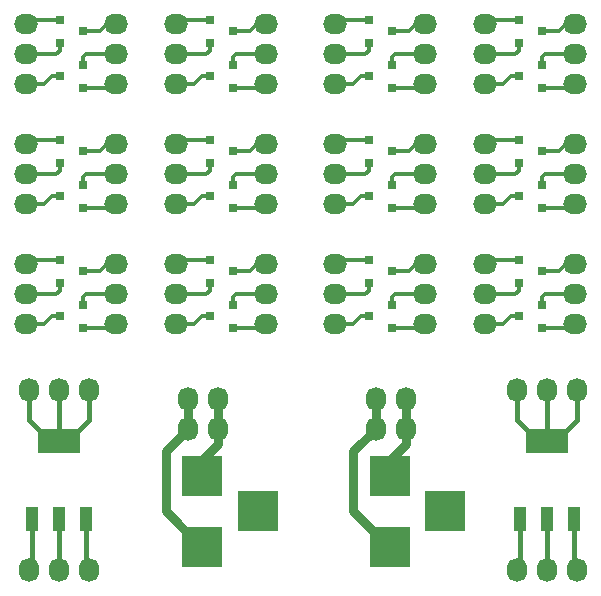
<source format=gtl>
G04 #@! TF.FileFunction,Copper,L1,Top,Signal*
%FSLAX46Y46*%
G04 Gerber Fmt 4.6, Leading zero omitted, Abs format (unit mm)*
G04 Created by KiCad (PCBNEW 4.0.4+dfsg1-stable) date Tue Nov  1 20:37:28 2016*
%MOMM*%
%LPD*%
G01*
G04 APERTURE LIST*
%ADD10C,0.100000*%
%ADD11R,3.657600X2.032000*%
%ADD12R,1.016000X2.032000*%
%ADD13O,1.727200X2.032000*%
%ADD14R,3.500120X3.500120*%
%ADD15R,0.800100X0.800100*%
%ADD16O,2.032000X1.727200*%
%ADD17C,0.406400*%
%ADD18C,0.762000*%
%ADD19C,0.304800*%
G04 APERTURE END LIST*
D10*
D11*
X145669000Y-136906000D03*
D12*
X145669000Y-143510000D03*
X147955000Y-143510000D03*
X143383000Y-143510000D03*
D13*
X143129000Y-147828000D03*
X145669000Y-147828000D03*
X148209000Y-147828000D03*
X143129000Y-132588000D03*
X145669000Y-132588000D03*
X148209000Y-132588000D03*
D14*
X132388000Y-139862860D03*
X132388000Y-145862340D03*
X137087000Y-142862600D03*
D13*
X131191000Y-135890000D03*
X133731000Y-135890000D03*
X131191000Y-133350000D03*
X133731000Y-133350000D03*
X115316000Y-133350000D03*
X117856000Y-133350000D03*
X115316000Y-135890000D03*
X117856000Y-135890000D03*
X101854000Y-132588000D03*
X104394000Y-132588000D03*
X106934000Y-132588000D03*
X101854000Y-147828000D03*
X104394000Y-147828000D03*
X106934000Y-147828000D03*
D11*
X104394000Y-136906000D03*
D12*
X104394000Y-143510000D03*
X106680000Y-143510000D03*
X102108000Y-143510000D03*
D15*
X104409240Y-121605000D03*
X104409240Y-123505000D03*
X106408220Y-122555000D03*
X106410760Y-127315000D03*
X106410760Y-125415000D03*
X104411780Y-126365000D03*
D16*
X101600000Y-121920000D03*
X101600000Y-124460000D03*
X101600000Y-127000000D03*
X109220000Y-121920000D03*
X109220000Y-124460000D03*
X109220000Y-127000000D03*
X121920000Y-121920000D03*
X121920000Y-124460000D03*
X121920000Y-127000000D03*
X114300000Y-121920000D03*
X114300000Y-124460000D03*
X114300000Y-127000000D03*
D15*
X119110760Y-127315000D03*
X119110760Y-125415000D03*
X117111780Y-126365000D03*
X117109240Y-121605000D03*
X117109240Y-123505000D03*
X119108220Y-122555000D03*
X130571240Y-121605000D03*
X130571240Y-123505000D03*
X132570220Y-122555000D03*
X132572760Y-127315000D03*
X132572760Y-125415000D03*
X130573780Y-126365000D03*
D16*
X127762000Y-121920000D03*
X127762000Y-124460000D03*
X127762000Y-127000000D03*
X135382000Y-121920000D03*
X135382000Y-124460000D03*
X135382000Y-127000000D03*
X148082000Y-121920000D03*
X148082000Y-124460000D03*
X148082000Y-127000000D03*
X140462000Y-121920000D03*
X140462000Y-124460000D03*
X140462000Y-127000000D03*
D15*
X145272760Y-127315000D03*
X145272760Y-125415000D03*
X143273780Y-126365000D03*
X143271240Y-121605000D03*
X143271240Y-123505000D03*
X145270220Y-122555000D03*
X104409240Y-111445000D03*
X104409240Y-113345000D03*
X106408220Y-112395000D03*
X106410760Y-117155000D03*
X106410760Y-115255000D03*
X104411780Y-116205000D03*
D16*
X101600000Y-111760000D03*
X101600000Y-114300000D03*
X101600000Y-116840000D03*
X109220000Y-111760000D03*
X109220000Y-114300000D03*
X109220000Y-116840000D03*
X121920000Y-111760000D03*
X121920000Y-114300000D03*
X121920000Y-116840000D03*
X114300000Y-111760000D03*
X114300000Y-114300000D03*
X114300000Y-116840000D03*
D15*
X119110760Y-117155000D03*
X119110760Y-115255000D03*
X117111780Y-116205000D03*
X117109240Y-111445000D03*
X117109240Y-113345000D03*
X119108220Y-112395000D03*
X130571240Y-111445000D03*
X130571240Y-113345000D03*
X132570220Y-112395000D03*
X132572760Y-117155000D03*
X132572760Y-115255000D03*
X130573780Y-116205000D03*
D16*
X127762000Y-111760000D03*
X127762000Y-114300000D03*
X127762000Y-116840000D03*
X135382000Y-111760000D03*
X135382000Y-114300000D03*
X135382000Y-116840000D03*
X148082000Y-111760000D03*
X148082000Y-114300000D03*
X148082000Y-116840000D03*
X140462000Y-111760000D03*
X140462000Y-114300000D03*
X140462000Y-116840000D03*
D15*
X145272760Y-117155000D03*
X145272760Y-115255000D03*
X143273780Y-116205000D03*
X143271240Y-111445000D03*
X143271240Y-113345000D03*
X145270220Y-112395000D03*
X143271240Y-101285000D03*
X143271240Y-103185000D03*
X145270220Y-102235000D03*
X145272760Y-106995000D03*
X145272760Y-105095000D03*
X143273780Y-106045000D03*
D16*
X140462000Y-101600000D03*
X140462000Y-104140000D03*
X140462000Y-106680000D03*
X148082000Y-101600000D03*
X148082000Y-104140000D03*
X148082000Y-106680000D03*
X135382000Y-101600000D03*
X135382000Y-104140000D03*
X135382000Y-106680000D03*
X127762000Y-101600000D03*
X127762000Y-104140000D03*
X127762000Y-106680000D03*
D15*
X132572760Y-106995000D03*
X132572760Y-105095000D03*
X130573780Y-106045000D03*
X130571240Y-101285000D03*
X130571240Y-103185000D03*
X132570220Y-102235000D03*
X117109240Y-101285000D03*
X117109240Y-103185000D03*
X119108220Y-102235000D03*
X119110760Y-106995000D03*
X119110760Y-105095000D03*
X117111780Y-106045000D03*
D16*
X114300000Y-101600000D03*
X114300000Y-104140000D03*
X114300000Y-106680000D03*
X121920000Y-101600000D03*
X121920000Y-104140000D03*
X121920000Y-106680000D03*
X109220000Y-101600000D03*
X109220000Y-104140000D03*
X109220000Y-106680000D03*
X101600000Y-101600000D03*
X101600000Y-104140000D03*
X101600000Y-106680000D03*
D15*
X106410760Y-106995000D03*
X106410760Y-105095000D03*
X104411780Y-106045000D03*
X104409240Y-101285000D03*
X104409240Y-103185000D03*
X106408220Y-102235000D03*
D14*
X116513000Y-139862860D03*
X116513000Y-145862340D03*
X121212000Y-142862600D03*
D17*
X143383000Y-147574000D02*
X143129000Y-147828000D01*
X143383000Y-143510000D02*
X143383000Y-147574000D01*
X145669000Y-143510000D02*
X145669000Y-147828000D01*
X147955000Y-147574000D02*
X148209000Y-147828000D01*
X147955000Y-143510000D02*
X147955000Y-147574000D01*
X143129000Y-135128000D02*
X143129000Y-132588000D01*
X144907000Y-136906000D02*
X143129000Y-135128000D01*
X145669000Y-136906000D02*
X144907000Y-136906000D01*
X145669000Y-136906000D02*
X145669000Y-132588000D01*
X148209000Y-135128000D02*
X148209000Y-132588000D01*
X146431000Y-136906000D02*
X148209000Y-135128000D01*
X145669000Y-136906000D02*
X146431000Y-136906000D01*
D18*
X132388000Y-145862340D02*
X132388000Y-145063000D01*
X133731000Y-137160000D02*
X133731000Y-135890000D01*
X132388000Y-138503000D02*
X133731000Y-137160000D01*
X132388000Y-139862860D02*
X132388000Y-138503000D01*
X133731000Y-135890000D02*
X133731000Y-133350000D01*
X129286000Y-137795000D02*
X131191000Y-135890000D01*
X129286000Y-142875000D02*
X129286000Y-137795000D01*
X132273340Y-145862340D02*
X129286000Y-142875000D01*
X132388000Y-145862340D02*
X132273340Y-145862340D01*
X131191000Y-135890000D02*
X131191000Y-133350000D01*
X115316000Y-135890000D02*
X115316000Y-133350000D01*
X116513000Y-145862340D02*
X116398340Y-145862340D01*
X116398340Y-145862340D02*
X113411000Y-142875000D01*
X113411000Y-142875000D02*
X113411000Y-137795000D01*
X113411000Y-137795000D02*
X115316000Y-135890000D01*
X117856000Y-135890000D02*
X117856000Y-133350000D01*
X116513000Y-139862860D02*
X116513000Y-138503000D01*
X116513000Y-138503000D02*
X117856000Y-137160000D01*
X117856000Y-137160000D02*
X117856000Y-135890000D01*
X116513000Y-145862340D02*
X116513000Y-145063000D01*
D17*
X104394000Y-136906000D02*
X105156000Y-136906000D01*
X105156000Y-136906000D02*
X106934000Y-135128000D01*
X106934000Y-135128000D02*
X106934000Y-132588000D01*
X104394000Y-136906000D02*
X104394000Y-132588000D01*
X104394000Y-136906000D02*
X103632000Y-136906000D01*
X103632000Y-136906000D02*
X101854000Y-135128000D01*
X101854000Y-135128000D02*
X101854000Y-132588000D01*
X106680000Y-143510000D02*
X106680000Y-147574000D01*
X106680000Y-147574000D02*
X106934000Y-147828000D01*
X104394000Y-143510000D02*
X104394000Y-147828000D01*
X102108000Y-143510000D02*
X102108000Y-147574000D01*
X102108000Y-147574000D02*
X101854000Y-147828000D01*
D19*
X108458000Y-121920000D02*
X109982000Y-121920000D01*
X107823000Y-122555000D02*
X108458000Y-121920000D01*
X106408220Y-122555000D02*
X107823000Y-122555000D01*
X101915000Y-121605000D02*
X101600000Y-121920000D01*
X104409240Y-121605000D02*
X101915000Y-121605000D01*
X104140000Y-124460000D02*
X101600000Y-124460000D01*
X104409240Y-124190760D02*
X104140000Y-124460000D01*
X104409240Y-123505000D02*
X104409240Y-124190760D01*
X106680000Y-124460000D02*
X109982000Y-124460000D01*
X106410760Y-124729240D02*
X106680000Y-124460000D01*
X106410760Y-125415000D02*
X106410760Y-124729240D01*
X103124000Y-127000000D02*
X101600000Y-127000000D01*
X103759000Y-126365000D02*
X103124000Y-127000000D01*
X104411780Y-126365000D02*
X103759000Y-126365000D01*
X109667000Y-127315000D02*
X109982000Y-127000000D01*
X106410760Y-127315000D02*
X109667000Y-127315000D01*
X119110760Y-127315000D02*
X122367000Y-127315000D01*
X122367000Y-127315000D02*
X122682000Y-127000000D01*
X117111780Y-126365000D02*
X116459000Y-126365000D01*
X116459000Y-126365000D02*
X115824000Y-127000000D01*
X115824000Y-127000000D02*
X114300000Y-127000000D01*
X119110760Y-125415000D02*
X119110760Y-124729240D01*
X119110760Y-124729240D02*
X119380000Y-124460000D01*
X119380000Y-124460000D02*
X122682000Y-124460000D01*
X117109240Y-123505000D02*
X117109240Y-124190760D01*
X117109240Y-124190760D02*
X116840000Y-124460000D01*
X116840000Y-124460000D02*
X114300000Y-124460000D01*
X117109240Y-121605000D02*
X114615000Y-121605000D01*
X114615000Y-121605000D02*
X114300000Y-121920000D01*
X119108220Y-122555000D02*
X120523000Y-122555000D01*
X120523000Y-122555000D02*
X121158000Y-121920000D01*
X121158000Y-121920000D02*
X122682000Y-121920000D01*
X134620000Y-121920000D02*
X136144000Y-121920000D01*
X133985000Y-122555000D02*
X134620000Y-121920000D01*
X132570220Y-122555000D02*
X133985000Y-122555000D01*
X128077000Y-121605000D02*
X127762000Y-121920000D01*
X130571240Y-121605000D02*
X128077000Y-121605000D01*
X130302000Y-124460000D02*
X127762000Y-124460000D01*
X130571240Y-124190760D02*
X130302000Y-124460000D01*
X130571240Y-123505000D02*
X130571240Y-124190760D01*
X132842000Y-124460000D02*
X136144000Y-124460000D01*
X132572760Y-124729240D02*
X132842000Y-124460000D01*
X132572760Y-125415000D02*
X132572760Y-124729240D01*
X129286000Y-127000000D02*
X127762000Y-127000000D01*
X129921000Y-126365000D02*
X129286000Y-127000000D01*
X130573780Y-126365000D02*
X129921000Y-126365000D01*
X135829000Y-127315000D02*
X136144000Y-127000000D01*
X132572760Y-127315000D02*
X135829000Y-127315000D01*
X145272760Y-127315000D02*
X148529000Y-127315000D01*
X148529000Y-127315000D02*
X148844000Y-127000000D01*
X143273780Y-126365000D02*
X142621000Y-126365000D01*
X142621000Y-126365000D02*
X141986000Y-127000000D01*
X141986000Y-127000000D02*
X140462000Y-127000000D01*
X145272760Y-125415000D02*
X145272760Y-124729240D01*
X145272760Y-124729240D02*
X145542000Y-124460000D01*
X145542000Y-124460000D02*
X148844000Y-124460000D01*
X143271240Y-123505000D02*
X143271240Y-124190760D01*
X143271240Y-124190760D02*
X143002000Y-124460000D01*
X143002000Y-124460000D02*
X140462000Y-124460000D01*
X143271240Y-121605000D02*
X140777000Y-121605000D01*
X140777000Y-121605000D02*
X140462000Y-121920000D01*
X145270220Y-122555000D02*
X146685000Y-122555000D01*
X146685000Y-122555000D02*
X147320000Y-121920000D01*
X147320000Y-121920000D02*
X148844000Y-121920000D01*
X108458000Y-111760000D02*
X109982000Y-111760000D01*
X107823000Y-112395000D02*
X108458000Y-111760000D01*
X106408220Y-112395000D02*
X107823000Y-112395000D01*
X101915000Y-111445000D02*
X101600000Y-111760000D01*
X104409240Y-111445000D02*
X101915000Y-111445000D01*
X104140000Y-114300000D02*
X101600000Y-114300000D01*
X104409240Y-114030760D02*
X104140000Y-114300000D01*
X104409240Y-113345000D02*
X104409240Y-114030760D01*
X106680000Y-114300000D02*
X109982000Y-114300000D01*
X106410760Y-114569240D02*
X106680000Y-114300000D01*
X106410760Y-115255000D02*
X106410760Y-114569240D01*
X103124000Y-116840000D02*
X101600000Y-116840000D01*
X103759000Y-116205000D02*
X103124000Y-116840000D01*
X104411780Y-116205000D02*
X103759000Y-116205000D01*
X109667000Y-117155000D02*
X109982000Y-116840000D01*
X106410760Y-117155000D02*
X109667000Y-117155000D01*
X119110760Y-117155000D02*
X122367000Y-117155000D01*
X122367000Y-117155000D02*
X122682000Y-116840000D01*
X117111780Y-116205000D02*
X116459000Y-116205000D01*
X116459000Y-116205000D02*
X115824000Y-116840000D01*
X115824000Y-116840000D02*
X114300000Y-116840000D01*
X119110760Y-115255000D02*
X119110760Y-114569240D01*
X119110760Y-114569240D02*
X119380000Y-114300000D01*
X119380000Y-114300000D02*
X122682000Y-114300000D01*
X117109240Y-113345000D02*
X117109240Y-114030760D01*
X117109240Y-114030760D02*
X116840000Y-114300000D01*
X116840000Y-114300000D02*
X114300000Y-114300000D01*
X117109240Y-111445000D02*
X114615000Y-111445000D01*
X114615000Y-111445000D02*
X114300000Y-111760000D01*
X119108220Y-112395000D02*
X120523000Y-112395000D01*
X120523000Y-112395000D02*
X121158000Y-111760000D01*
X121158000Y-111760000D02*
X122682000Y-111760000D01*
X134620000Y-111760000D02*
X136144000Y-111760000D01*
X133985000Y-112395000D02*
X134620000Y-111760000D01*
X132570220Y-112395000D02*
X133985000Y-112395000D01*
X128077000Y-111445000D02*
X127762000Y-111760000D01*
X130571240Y-111445000D02*
X128077000Y-111445000D01*
X130302000Y-114300000D02*
X127762000Y-114300000D01*
X130571240Y-114030760D02*
X130302000Y-114300000D01*
X130571240Y-113345000D02*
X130571240Y-114030760D01*
X132842000Y-114300000D02*
X136144000Y-114300000D01*
X132572760Y-114569240D02*
X132842000Y-114300000D01*
X132572760Y-115255000D02*
X132572760Y-114569240D01*
X129286000Y-116840000D02*
X127762000Y-116840000D01*
X129921000Y-116205000D02*
X129286000Y-116840000D01*
X130573780Y-116205000D02*
X129921000Y-116205000D01*
X135829000Y-117155000D02*
X136144000Y-116840000D01*
X132572760Y-117155000D02*
X135829000Y-117155000D01*
X145272760Y-117155000D02*
X148529000Y-117155000D01*
X148529000Y-117155000D02*
X148844000Y-116840000D01*
X143273780Y-116205000D02*
X142621000Y-116205000D01*
X142621000Y-116205000D02*
X141986000Y-116840000D01*
X141986000Y-116840000D02*
X140462000Y-116840000D01*
X145272760Y-115255000D02*
X145272760Y-114569240D01*
X145272760Y-114569240D02*
X145542000Y-114300000D01*
X145542000Y-114300000D02*
X148844000Y-114300000D01*
X143271240Y-113345000D02*
X143271240Y-114030760D01*
X143271240Y-114030760D02*
X143002000Y-114300000D01*
X143002000Y-114300000D02*
X140462000Y-114300000D01*
X143271240Y-111445000D02*
X140777000Y-111445000D01*
X140777000Y-111445000D02*
X140462000Y-111760000D01*
X145270220Y-112395000D02*
X146685000Y-112395000D01*
X146685000Y-112395000D02*
X147320000Y-111760000D01*
X147320000Y-111760000D02*
X148844000Y-111760000D01*
X147320000Y-101600000D02*
X148844000Y-101600000D01*
X146685000Y-102235000D02*
X147320000Y-101600000D01*
X145270220Y-102235000D02*
X146685000Y-102235000D01*
X140777000Y-101285000D02*
X140462000Y-101600000D01*
X143271240Y-101285000D02*
X140777000Y-101285000D01*
X143002000Y-104140000D02*
X140462000Y-104140000D01*
X143271240Y-103870760D02*
X143002000Y-104140000D01*
X143271240Y-103185000D02*
X143271240Y-103870760D01*
X145542000Y-104140000D02*
X148844000Y-104140000D01*
X145272760Y-104409240D02*
X145542000Y-104140000D01*
X145272760Y-105095000D02*
X145272760Y-104409240D01*
X141986000Y-106680000D02*
X140462000Y-106680000D01*
X142621000Y-106045000D02*
X141986000Y-106680000D01*
X143273780Y-106045000D02*
X142621000Y-106045000D01*
X148529000Y-106995000D02*
X148844000Y-106680000D01*
X145272760Y-106995000D02*
X148529000Y-106995000D01*
X132572760Y-106995000D02*
X135829000Y-106995000D01*
X135829000Y-106995000D02*
X136144000Y-106680000D01*
X130573780Y-106045000D02*
X129921000Y-106045000D01*
X129921000Y-106045000D02*
X129286000Y-106680000D01*
X129286000Y-106680000D02*
X127762000Y-106680000D01*
X132572760Y-105095000D02*
X132572760Y-104409240D01*
X132572760Y-104409240D02*
X132842000Y-104140000D01*
X132842000Y-104140000D02*
X136144000Y-104140000D01*
X130571240Y-103185000D02*
X130571240Y-103870760D01*
X130571240Y-103870760D02*
X130302000Y-104140000D01*
X130302000Y-104140000D02*
X127762000Y-104140000D01*
X130571240Y-101285000D02*
X128077000Y-101285000D01*
X128077000Y-101285000D02*
X127762000Y-101600000D01*
X132570220Y-102235000D02*
X133985000Y-102235000D01*
X133985000Y-102235000D02*
X134620000Y-101600000D01*
X134620000Y-101600000D02*
X136144000Y-101600000D01*
X121158000Y-101600000D02*
X122682000Y-101600000D01*
X120523000Y-102235000D02*
X121158000Y-101600000D01*
X119108220Y-102235000D02*
X120523000Y-102235000D01*
X114615000Y-101285000D02*
X114300000Y-101600000D01*
X117109240Y-101285000D02*
X114615000Y-101285000D01*
X116840000Y-104140000D02*
X114300000Y-104140000D01*
X117109240Y-103870760D02*
X116840000Y-104140000D01*
X117109240Y-103185000D02*
X117109240Y-103870760D01*
X119380000Y-104140000D02*
X122682000Y-104140000D01*
X119110760Y-104409240D02*
X119380000Y-104140000D01*
X119110760Y-105095000D02*
X119110760Y-104409240D01*
X115824000Y-106680000D02*
X114300000Y-106680000D01*
X116459000Y-106045000D02*
X115824000Y-106680000D01*
X117111780Y-106045000D02*
X116459000Y-106045000D01*
X122367000Y-106995000D02*
X122682000Y-106680000D01*
X119110760Y-106995000D02*
X122367000Y-106995000D01*
X106410760Y-106995000D02*
X109667000Y-106995000D01*
X109667000Y-106995000D02*
X109982000Y-106680000D01*
X104411780Y-106045000D02*
X103759000Y-106045000D01*
X103759000Y-106045000D02*
X103124000Y-106680000D01*
X103124000Y-106680000D02*
X101600000Y-106680000D01*
X106410760Y-105095000D02*
X106410760Y-104409240D01*
X106410760Y-104409240D02*
X106680000Y-104140000D01*
X106680000Y-104140000D02*
X109982000Y-104140000D01*
X104409240Y-103185000D02*
X104409240Y-103870760D01*
X104409240Y-103870760D02*
X104140000Y-104140000D01*
X104140000Y-104140000D02*
X101600000Y-104140000D01*
X104409240Y-101285000D02*
X101915000Y-101285000D01*
X101915000Y-101285000D02*
X101600000Y-101600000D01*
X106408220Y-102235000D02*
X107823000Y-102235000D01*
X107823000Y-102235000D02*
X108458000Y-101600000D01*
X108458000Y-101600000D02*
X109982000Y-101600000D01*
M02*

</source>
